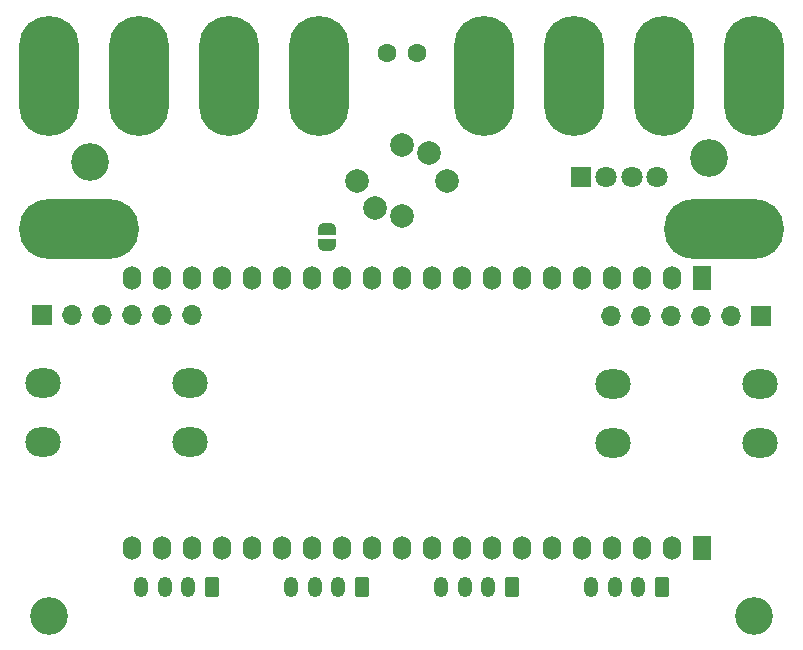
<source format=gbr>
%TF.GenerationSoftware,KiCad,Pcbnew,7.0.6-7.0.6~ubuntu22.04.1*%
%TF.CreationDate,2023-07-15T17:42:53-03:00*%
%TF.ProjectId,FRANZININHO-WIFI-MAKEYMAKEY,4652414e-5a49-44e4-994e-484f2d574946,1.0.0*%
%TF.SameCoordinates,Original*%
%TF.FileFunction,Soldermask,Bot*%
%TF.FilePolarity,Negative*%
%FSLAX46Y46*%
G04 Gerber Fmt 4.6, Leading zero omitted, Abs format (unit mm)*
G04 Created by KiCad (PCBNEW 7.0.6-7.0.6~ubuntu22.04.1) date 2023-07-15 17:42:53*
%MOMM*%
%LPD*%
G01*
G04 APERTURE LIST*
G04 Aperture macros list*
%AMRoundRect*
0 Rectangle with rounded corners*
0 $1 Rounding radius*
0 $2 $3 $4 $5 $6 $7 $8 $9 X,Y pos of 4 corners*
0 Add a 4 corners polygon primitive as box body*
4,1,4,$2,$3,$4,$5,$6,$7,$8,$9,$2,$3,0*
0 Add four circle primitives for the rounded corners*
1,1,$1+$1,$2,$3*
1,1,$1+$1,$4,$5*
1,1,$1+$1,$6,$7*
1,1,$1+$1,$8,$9*
0 Add four rect primitives between the rounded corners*
20,1,$1+$1,$2,$3,$4,$5,0*
20,1,$1+$1,$4,$5,$6,$7,0*
20,1,$1+$1,$6,$7,$8,$9,0*
20,1,$1+$1,$8,$9,$2,$3,0*%
%AMFreePoly0*
4,1,19,0.500000,-0.750000,0.000000,-0.750000,0.000000,-0.744911,-0.071157,-0.744911,-0.207708,-0.704816,-0.327430,-0.627875,-0.420627,-0.520320,-0.479746,-0.390866,-0.500000,-0.250000,-0.500000,0.250000,-0.479746,0.390866,-0.420627,0.520320,-0.327430,0.627875,-0.207708,0.704816,-0.071157,0.744911,0.000000,0.744911,0.000000,0.750000,0.500000,0.750000,0.500000,-0.750000,0.500000,-0.750000,
$1*%
%AMFreePoly1*
4,1,19,0.000000,0.744911,0.071157,0.744911,0.207708,0.704816,0.327430,0.627875,0.420627,0.520320,0.479746,0.390866,0.500000,0.250000,0.500000,-0.250000,0.479746,-0.390866,0.420627,-0.520320,0.327430,-0.627875,0.207708,-0.704816,0.071157,-0.744911,0.000000,-0.744911,0.000000,-0.750000,-0.500000,-0.750000,-0.500000,0.750000,0.000000,0.750000,0.000000,0.744911,0.000000,0.744911,
$1*%
G04 Aperture macros list end*
%ADD10C,2.000000*%
%ADD11C,3.200000*%
%ADD12C,5.080000*%
%ADD13R,5.080000X5.080000*%
%ADD14R,1.800000X1.800000*%
%ADD15C,1.800000*%
%ADD16R,1.700000X1.700000*%
%ADD17O,1.700000X1.700000*%
%ADD18O,3.000000X2.500000*%
%ADD19C,1.600000*%
%ADD20O,1.524000X2.032000*%
%ADD21R,1.524000X2.032000*%
%ADD22RoundRect,0.250000X0.350000X0.625000X-0.350000X0.625000X-0.350000X-0.625000X0.350000X-0.625000X0*%
%ADD23O,1.200000X1.750000*%
%ADD24FreePoly0,270.000000*%
%ADD25FreePoly1,270.000000*%
G04 APERTURE END LIST*
D10*
%TO.C,LS1*%
X150110000Y-84215000D03*
X148610000Y-81915000D03*
X152410000Y-84915000D03*
X152410000Y-78915000D03*
X154710000Y-79615000D03*
X156210000Y-81915000D03*
%TD*%
D11*
%TO.C,H3*%
X122555000Y-118745000D03*
%TD*%
D12*
%TO.C,J10*%
X177165000Y-86042500D03*
D13*
X179705000Y-86042500D03*
D12*
X182245000Y-86042500D03*
%TD*%
D13*
%TO.C,J4*%
X145415000Y-73025000D03*
D12*
X145415000Y-70485000D03*
X145415000Y-75565000D03*
%TD*%
D13*
%TO.C,J2*%
X130175000Y-73025000D03*
D12*
X130175000Y-75565000D03*
X130175000Y-70485000D03*
%TD*%
%TO.C,J6*%
X167005000Y-70485000D03*
X167005000Y-75565000D03*
D13*
X167005000Y-73025000D03*
%TD*%
D14*
%TO.C,D31*%
X167575000Y-81597500D03*
D15*
X169734000Y-81597500D03*
X171893000Y-81597500D03*
X174052000Y-81597500D03*
%TD*%
D13*
%TO.C,J9*%
X125095000Y-86042500D03*
D12*
X122555000Y-86042500D03*
X127635000Y-86042500D03*
%TD*%
D16*
%TO.C,J15*%
X121945000Y-93320000D03*
D17*
X124485000Y-93320000D03*
X127025000Y-93320000D03*
X129565000Y-93320000D03*
X132105000Y-93320000D03*
X134645000Y-93320000D03*
%TD*%
D12*
%TO.C,J7*%
X174625000Y-70485000D03*
D13*
X174625000Y-73025000D03*
D12*
X174625000Y-75565000D03*
%TD*%
D16*
%TO.C,J16*%
X182855000Y-93370000D03*
D17*
X180315000Y-93370000D03*
X177775000Y-93370000D03*
X175235000Y-93370000D03*
X172695000Y-93370000D03*
X170155000Y-93370000D03*
%TD*%
D12*
%TO.C,J1*%
X122555000Y-70485000D03*
D13*
X122555000Y-73025000D03*
D12*
X122555000Y-75565000D03*
%TD*%
D11*
%TO.C,H2*%
X178435000Y-80010000D03*
%TD*%
D12*
%TO.C,J8*%
X182245000Y-75565000D03*
D13*
X182245000Y-73025000D03*
D12*
X182245000Y-70485000D03*
%TD*%
%TO.C,J5*%
X159385000Y-75565000D03*
D13*
X159385000Y-73025000D03*
D12*
X159385000Y-70485000D03*
%TD*%
%TO.C,J3*%
X137795000Y-75565000D03*
X137795000Y-70485000D03*
D13*
X137795000Y-73025000D03*
%TD*%
D18*
%TO.C,SW2*%
X122020000Y-99060000D03*
X134520000Y-99060000D03*
X122020000Y-104060000D03*
X134520000Y-104060000D03*
%TD*%
D11*
%TO.C,H4*%
X182245000Y-118745000D03*
%TD*%
D18*
%TO.C,SW1*%
X182780000Y-99100000D03*
X170280000Y-99100000D03*
X170280000Y-104100000D03*
X182780000Y-104100000D03*
%TD*%
D19*
%TO.C,LDR1*%
X153670000Y-71120000D03*
X151130000Y-71120000D03*
%TD*%
D11*
%TO.C,H1*%
X126047500Y-80327500D03*
%TD*%
D20*
%TO.C,U1*%
X129540000Y-90170000D03*
X132080000Y-90170000D03*
X134620000Y-90170000D03*
X137160000Y-90170000D03*
X139700000Y-90170000D03*
X142240000Y-90170000D03*
X144780000Y-90170000D03*
X147320000Y-90170000D03*
X149860000Y-90170000D03*
X152400000Y-90170000D03*
X154940000Y-90170000D03*
X157480000Y-90170000D03*
X160020000Y-90170000D03*
X162560000Y-90170000D03*
X165100000Y-90170000D03*
X167640000Y-90170000D03*
X170180000Y-90170000D03*
X172720000Y-90170000D03*
X175260000Y-90170000D03*
D21*
X177800000Y-90170000D03*
X177800000Y-113030000D03*
D20*
X175260000Y-113030000D03*
X172720000Y-113030000D03*
X170180000Y-113030000D03*
X167640000Y-113030000D03*
X165100000Y-113030000D03*
X162560000Y-113030000D03*
X160020000Y-113030000D03*
X157480000Y-113030000D03*
X154940000Y-113030000D03*
X152400000Y-113030000D03*
X149860000Y-113030000D03*
X147320000Y-113030000D03*
X144780000Y-113030000D03*
X142240000Y-113030000D03*
X139700000Y-113030000D03*
X137160000Y-113030000D03*
X134620000Y-113030000D03*
X132080000Y-113030000D03*
X129540000Y-113030000D03*
%TD*%
D22*
%TO.C,J12*%
X149050000Y-116295000D03*
D23*
X147050000Y-116295000D03*
X145050000Y-116295000D03*
X143050000Y-116295000D03*
%TD*%
D22*
%TO.C,J13*%
X161750000Y-116295000D03*
D23*
X159750000Y-116295000D03*
X157750000Y-116295000D03*
X155750000Y-116295000D03*
%TD*%
D22*
%TO.C,J11*%
X136350000Y-116295000D03*
D23*
X134350000Y-116295000D03*
X132350000Y-116295000D03*
X130350000Y-116295000D03*
%TD*%
D24*
%TO.C,JP1*%
X146050000Y-86027500D03*
D25*
X146050000Y-87327500D03*
%TD*%
D22*
%TO.C,J14*%
X174450000Y-116295000D03*
D23*
X172450000Y-116295000D03*
X170450000Y-116295000D03*
X168450000Y-116295000D03*
%TD*%
M02*

</source>
